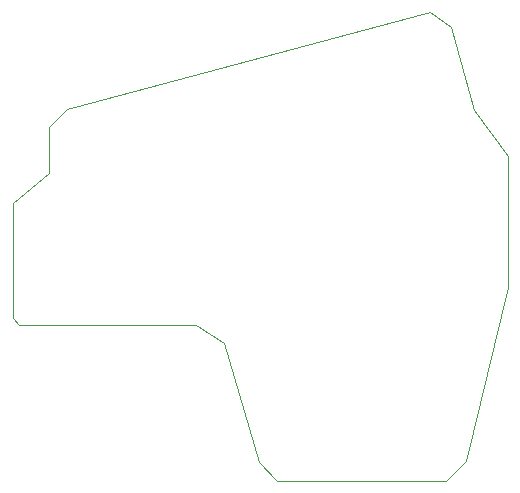
<source format=gbr>
G04 #@! TF.GenerationSoftware,KiCad,Pcbnew,(5.1.4)-1*
G04 #@! TF.CreationDate,2023-09-09T05:27:38-04:00*
G04 #@! TF.ProjectId,ThumbsUp,5468756d-6273-4557-902e-6b696361645f,rev?*
G04 #@! TF.SameCoordinates,Original*
G04 #@! TF.FileFunction,Profile,NP*
%FSLAX46Y46*%
G04 Gerber Fmt 4.6, Leading zero omitted, Abs format (unit mm)*
G04 Created by KiCad (PCBNEW (5.1.4)-1) date 2023-09-09 05:27:38*
%MOMM*%
%LPD*%
G04 APERTURE LIST*
%ADD10C,0.050000*%
G04 APERTURE END LIST*
D10*
X-118440000Y-368170000D02*
X-120870000Y-366640000D01*
X-115540000Y-378270000D02*
X-118440000Y-368170000D01*
X-113940000Y-379870000D02*
X-115540000Y-378270000D01*
X-99640000Y-379870000D02*
X-113940000Y-379870000D01*
X-97940000Y-378170000D02*
X-99640000Y-379870000D01*
X-94428552Y-363471324D02*
X-97940000Y-378170000D01*
X-131728556Y-348373379D02*
X-133286799Y-349874369D01*
X-97322559Y-348497857D02*
X-99228608Y-341432167D01*
X-94428552Y-363471324D02*
X-94433847Y-352331308D01*
X-97322559Y-348497857D02*
X-94433847Y-352331308D01*
X-136350810Y-356358499D02*
X-133298623Y-353795562D01*
X-136354712Y-366090533D02*
X-135811451Y-366645301D01*
X-136354712Y-366090533D02*
X-136350810Y-356358499D01*
X-99228608Y-341432167D02*
X-101001578Y-340126189D01*
X-133298623Y-353795562D02*
X-133286799Y-349874369D01*
X-101001578Y-340126189D02*
X-131728556Y-348373379D01*
X-120870000Y-366640000D02*
X-135811451Y-366645301D01*
M02*

</source>
